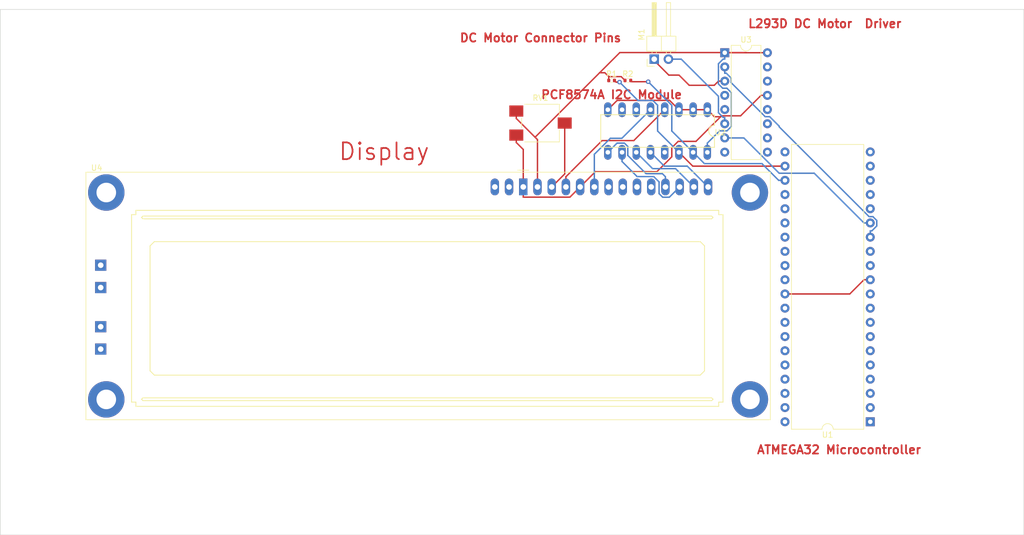
<source format=kicad_pcb>
(kicad_pcb (version 20211014) (generator pcbnew)
  (layers (0 "F.Cu" signal) (31 "B.Cu" signal) (34 "B.Paste" user) (35 "F.Paste" user) (36 "B.SilkS" user "B.Silkscreen") (37 "F.SilkS" user "F.Silkscreen") (38 "B.Mask" user) (39 "F.Mask" user) (44 "Edge.Cuts" user))
  (net 0 "")
  (net 10 "Net-(U1-Pad11)")
  (net 13 "Net-(U1-Pad14)")
  (net 20 "Net-(U1-Pad22)")
  (net 21 "Net-(U1-Pad23)")
  (net 35 "Net-(U2-Pad4)")
  (net 37 "Net-(U2-Pad5)")
  (net 38 "Net-(U2-Pad9)")
  (net 39 "Net-(U2-Pad10)")
  (net 40 "Net-(U2-Pad11)")
  (net 41 "Net-(U2-Pad12)")
  (net 43 "+5V")
  (net 46 "+12V")
  (net 51 "GND")
  (net 54 "Net-(M1-Pad1)")
  (net 55 "Net-(M1-Pad2)")
  (net 56 "Net-(U4-Pad3)")
  (net 70 "Net-(U1-Pad15)")
  (footprint "Package_DIP:DIP-16_W7.62mm" (layer "F.Cu") (at 165 56)
    (fp_text reference "U3" (at 3.81 -2.33) (layer "F.SilkS"))
    (fp_text value "L293D")
    (fp_line (start 2.81 -1.33) (end 1.16 -1.33) (layer "F.SilkS") (width 0.12))
    (fp_line (start 1.16 19.11) (end 6.46 19.11) (layer "F.SilkS") (width 0.12))
    (fp_line (start 6.46 -1.33) (end 4.81 -1.33) (layer "F.SilkS") (width 0.12))
    (fp_line (start 6.46 19.11) (end 6.46 -1.33) (layer "F.SilkS") (width 0.12))
    (fp_line (start 1.16 -1.33) (end 1.16 19.11) (layer "F.SilkS") (width 0.12))
    (fp_arc (start 4.81 -1.33) (mid 3.81 -0.33) (end 2.81 -1.33) (layer "F.SilkS") (width 0.12))
    (pad "1" thru_hole rect (at 0 0) (size 1.6 1.6) (drill 0.8) (layers *.Cu *.Mask) (net 43 "+5V"))
    (pad "2" thru_hole oval (at 0 2.54) (size 1.6 1.6) (drill 0.8) (layers *.Cu *.Mask) (net 13 "Net-(U1-Pad14)"))
    (pad "3" thru_hole oval (at 0 5.08) (size 1.6 1.6) (drill 0.8) (layers *.Cu *.Mask) (net 54 "Net-(M1-Pad1)"))
    (pad "4" thru_hole oval (at 0 7.62) (size 1.6 1.6) (drill 0.8) (layers *.Cu *.Mask))
    (pad "5" thru_hole oval (at 0 10.16) (size 1.6 1.6) (drill 0.8) (layers *.Cu *.Mask))
    (pad "6" thru_hole oval (at 0 12.7) (size 1.6 1.6) (drill 0.8) (layers *.Cu *.Mask) (net 55 "Net-(M1-Pad2)"))
    (pad "7" thru_hole oval (at 0 15.24) (size 1.6 1.6) (drill 0.8) (layers *.Cu *.Mask) (net 70 "Net-(U1-Pad15)"))
    (pad "8" thru_hole oval (at 0 17.78) (size 1.6 1.6) (drill 0.8) (layers *.Cu *.Mask) (net 46 "+12V"))
    (pad "9" thru_hole oval (at 7.62 17.78) (size 1.6 1.6) (drill 0.8) (layers *.Cu *.Mask))
    (pad "10" thru_hole oval (at 7.62 15.24) (size 1.6 1.6) (drill 0.8) (layers *.Cu *.Mask))
    (pad "11" thru_hole oval (at 7.62 12.7) (size 1.6 1.6) (drill 0.8) (layers *.Cu *.Mask))
    (pad "12" thru_hole oval (at 7.62 10.16) (size 1.6 1.6) (drill 0.8) (layers *.Cu *.Mask))
    (pad "13" thru_hole oval (at 7.62 7.62) (size 1.6 1.6) (drill 0.8) (layers *.Cu *.Mask) (net 51 "GND"))
    (pad "14" thru_hole oval (at 7.62 5.08) (size 1.6 1.6) (drill 0.8) (layers *.Cu *.Mask))
    (pad "15" thru_hole oval (at 7.62 2.54) (size 1.6 1.6) (drill 0.8) (layers *.Cu *.Mask))
    (pad "16" thru_hole oval (at 7.62 0) (size 1.6 1.6) (drill 0.8) (layers *.Cu *.Mask) (net 43 "+5V"))
  )
  (footprint "Resistor_SMD:R_0402_1005Metric" (layer "F.Cu") (at 144.78 60.96)
    (fp_text reference "R1" (at 0 -1.17) (layer "F.SilkS"))
    (fp_text value "R_Small")
    (fp_line (start -0.153641 0.38) (end 0.153641 0.38) (layer "F.SilkS") (width 0.12))
    (fp_line (start -0.153641 -0.38) (end 0.153641 -0.38) (layer "F.SilkS") (width 0.12))
    (pad "1" smd roundrect (at -0.51 0) (size 0.54 0.64) (layers "F.Cu" "F.Paste" "F.Mask") (net 43 "+5V"))
    (pad "2" smd roundrect (at 0.51 0) (size 0.54 0.64) (layers "F.Cu" "F.Paste" "F.Mask") (net 20 "Net-(U1-Pad22)"))
  )
  (footprint "Connector_PinHeader_2.54mm:PinHeader_1x02_P2.54mm_Horizontal" (layer "F.Cu") (at 152.4 57.145 90)
    (fp_text reference "M1" (at 4.385 -2.27 90) (layer "F.SilkS"))
    (fp_text value "Motor_DC")
    (fp_line (start 4.1 2.16) (end 10.1 2.16) (layer "F.SilkS") (width 0.12))
    (fp_line (start 1.042929 2.16) (end 1.44 2.16) (layer "F.SilkS") (width 0.12))
    (fp_line (start 4.1 0.04) (end 10.1 0.04) (layer "F.SilkS") (width 0.12))
    (fp_line (start 4.1 -0.08) (end 10.1 -0.08) (layer "F.SilkS") (width 0.12))
    (fp_line (start 1.042929 2.92) (end 1.44 2.92) (layer "F.SilkS") (width 0.12))
    (fp_line (start 1.44 3.87) (end 4.1 3.87) (layer "F.SilkS") (width 0.12))
    (fp_line (start 4.1 -0.38) (end 10.1 -0.38) (layer "F.SilkS") (width 0.12))
    (fp_line (start 4.1 -0.32) (end 10.1 -0.32) (layer "F.SilkS") (width 0.12))
    (fp_line (start -1.27 -1.27) (end 0 -1.27) (layer "F.SilkS") (width 0.12))
    (fp_line (start 10.1 2.16) (end 10.1 2.92) (layer "F.SilkS") (width 0.12))
    (fp_line (start 4.1 0.16) (end 10.1 0.16) (layer "F.SilkS") (width 0.12))
    (fp_line (start 1.11 0.38) (end 1.44 0.38) (layer "F.SilkS") (width 0.12))
    (fp_line (start 10.1 0.38) (end 4.1 0.38) (layer "F.SilkS") (width 0.12))
    (fp_line (start -1.27 0) (end -1.27 -1.27) (layer "F.SilkS") (width 0.12))
    (fp_line (start 4.1 -0.2) (end 10.1 -0.2) (layer "F.SilkS") (width 0.12))
    (fp_line (start 4.1 -1.33) (end 1.44 -1.33) (layer "F.SilkS") (width 0.12))
    (fp_line (start 4.1 3.87) (end 4.1 -1.33) (layer "F.SilkS") (width 0.12))
    (fp_line (start 4.1 0.28) (end 10.1 0.28) (layer "F.SilkS") (width 0.12))
    (fp_line (start 10.1 2.92) (end 4.1 2.92) (layer "F.SilkS") (width 0.12))
    (fp_line (start 1.11 -0.38) (end 1.44 -0.38) (layer "F.SilkS") (width 0.12))
    (fp_line (start 10.1 -0.38) (end 10.1 0.38) (layer "F.SilkS") (width 0.12))
    (fp_line (start 1.44 -1.33) (end 1.44 3.87) (layer "F.SilkS") (width 0.12))
    (fp_line (start 1.44 1.27) (end 4.1 1.27) (layer "F.SilkS") (width 0.12))
    (pad "1" thru_hole rect (at 0 0 90) (size 1.7 1.7) (drill 1) (layers *.Cu *.Mask) (net 54 "Net-(M1-Pad1)"))
    (pad "2" thru_hole oval (at 0 2.54 90) (size 1.7 1.7) (drill 1) (layers *.Cu *.Mask) (net 55 "Net-(M1-Pad2)"))
  )
  (footprint "Resistor_SMD:R_0402_1005Metric" (layer "F.Cu") (at 147.69 60.96)
    (fp_text reference "R2" (at 0 -1.17) (layer "F.SilkS"))
    (fp_text value "R_Small")
    (fp_line (start -0.153641 -0.38) (end 0.153641 -0.38) (layer "F.SilkS") (width 0.12))
    (fp_line (start -0.153641 0.38) (end 0.153641 0.38) (layer "F.SilkS") (width 0.12))
    (pad "1" smd roundrect (at -0.51 0) (size 0.54 0.64) (layers "F.Cu" "F.Paste" "F.Mask") (net 43 "+5V"))
    (pad "2" smd roundrect (at 0.51 0) (size 0.54 0.64) (layers "F.Cu" "F.Paste" "F.Mask") (net 21 "Net-(U1-Pad23)"))
  )
  (footprint "Display:LCD-016N002L" (layer "F.Cu") (at 129 80)
    (fp_text reference "U4" (at -76.21 -3.41 180) (layer "F.SilkS"))
    (fp_text value "LCD-016N002L")
    (fp_line (start 32.385 32.893) (end 31.623 33.655) (layer "F.SilkS") (width 0.15))
    (fp_line (start -68.199 5.461) (end -67.945 5.715) (layer "F.SilkS") (width 0.15))
    (fp_line (start -67.945 5.715) (end 33.655 5.715) (layer "F.SilkS") (width 0.15))
    (fp_line (start 44.14 -2.64) (end -78.14 -2.64) (layer "F.SilkS") (width 0.12))
    (fp_line (start 33.655 37.719) (end -67.945 37.719) (layer "F.SilkS") (width 0.15))
    (fp_line (start -65.913 33.655) (end -66.675 32.893) (layer "F.SilkS") (width 0.15))
    (fp_line (start -67.945 37.719) (end -68.199 37.973) (layer "F.SilkS") (width 0.15))
    (fp_line (start -1 -3) (end 1 -3) (layer "F.SilkS") (width 0.12))
    (fp_line (start -78.14 41.64) (end 44.14 41.64) (layer "F.SilkS") (width 0.12))
    (fp_line (start -67.945 5.207) (end -68.199 5.461) (layer "F.SilkS") (width 0.15))
    (fp_line (start 33.909 5.461) (end 33.655 5.715) (layer "F.SilkS") (width 0.15))
    (fp_line (start 34.925 4.953) (end 35.687 4.953) (layer "F.SilkS") (width 0.15))
    (fp_line (start -69.215 4.953) (end -69.977 4.953) (layer "F.SilkS") (width 0.15))
    (fp_line (start 35.687 38.481) (end 34.925 38.481) (layer "F.SilkS") (width 0.15))
    (fp_line (start -65.913 9.779) (end 31.623 9.779) (layer "F.SilkS") (width 0.15))
    (fp_line (start 44.14 -2.64) (end 44.14 41.64) (layer "F.SilkS") (width 0.12))
    (fp_line (start -66.675 10.541) (end -65.913 9.779) (layer "F.SilkS") (width 0.15))
    (fp_line (start 33.655 5.207) (end -67.945 5.207) (layer "F.SilkS") (width 0.15))
    (fp_line (start -69.215 38.481) (end -69.977 38.481) (layer "F.SilkS") (width 0.15))
    (fp_line (start 31.623 33.655) (end -65.913 33.655) (layer "F.SilkS") (width 0.15))
    (fp_line (start 33.655 5.207) (end 33.909 5.461) (layer "F.SilkS") (width 0.15))
    (fp_line (start -68.199 37.973) (end -67.945 38.227) (layer "F.SilkS") (width 0.15))
    (fp_line (start -69.215 4.191) (end -69.215 4.953) (layer "F.SilkS") (width 0.15))
    (fp_line (start -69.977 4.953) (end -69.977 38.481) (layer "F.SilkS") (width 0.15))
    (fp_line (start 32.385 10.541) (end 32.385 32.893) (layer "F.SilkS") (width 0.15))
    (fp_line (start -78.14 -2.64) (end -78.14 41.64) (layer "F.SilkS") (width 0.12))
    (fp_line (start 31.623 9.779) (end 32.385 10.541) (layer "F.SilkS") (width 0.15))
    (fp_line (start -69.215 39.243) (end -69.215 38.481) (layer "F.SilkS") (width 0.15))
    (fp_line (start 34.925 38.481) (end 34.925 39.243) (layer "F.SilkS") (width 0.15))
    (fp_line (start 34.925 4.191) (end -69.215 4.191) (layer "F.SilkS") (width 0.15))
    (fp_line (start -66.675 32.893) (end -66.675 10.541) (layer "F.SilkS") (width 0.15))
    (fp_line (start 35.687 38.481) (end 35.687 4.953) (layer "F.SilkS") (width 0.15))
    (fp_line (start 34.925 4.191) (end 34.925 4.953) (layer "F.SilkS") (width 0.15))
    (fp_line (start -67.945 38.227) (end 33.655 38.227) (layer "F.SilkS") (width 0.15))
    (fp_line (start 33.909 37.973) (end 33.655 37.719) (layer "F.SilkS") (width 0.15))
    (fp_line (start -69.215 39.243) (end 34.925 39.243) (layer "F.SilkS") (width 0.15))
    (fp_line (start 33.655 38.227) (end 33.909 37.973) (layer "F.SilkS") (width 0.15))
    (pad "" thru_hole circle (at -74.5 1 180) (size 6.5 6.5) (drill 3.5) (layers *.Cu *.Mask))
    (pad "" thru_hole circle (at 40.5 1 180) (size 6.5 6.5) (drill 3.5) (layers *.Cu *.Mask))
    (pad "" thru_hole circle (at -74.5 38 180) (size 6.5 6.5) (drill 3.5) (layers *.Cu *.Mask))
    (pad "" thru_hole circle (at 40.5 38 180) (size 6.5 6.5) (drill 3.5) (layers *.Cu *.Mask))
    (pad "1" thru_hole rect (at 0 0 180) (size 1.5 3) (drill 1) (layers *.Cu *.Mask) (net 51 "GND"))
    (pad "2" thru_hole oval (at 2.54 0 180) (size 1.5 3) (drill 1) (layers *.Cu *.Mask) (net 43 "+5V"))
    (pad "3" thru_hole oval (at 5.08 0 180) (size 1.5 3) (drill 1) (layers *.Cu *.Mask) (net 56 "Net-(U4-Pad3)"))
    (pad "4" thru_hole oval (at 7.62 0 180) (size 1.5 3) (drill 1) (layers *.Cu *.Mask) (net 35 "Net-(U2-Pad4)"))
    (pad "5" thru_hole oval (at 10.16 0 180) (size 1.5 3) (drill 1) (layers *.Cu *.Mask) (net 51 "GND"))
    (pad "6" thru_hole oval (at 12.7 0 180) (size 1.5 3) (drill 1) (layers *.Cu *.Mask) (net 37 "Net-(U2-Pad5)"))
    (pad "7" thru_hole oval (at 15.24 0 180) (size 1.5 3) (drill 1) (layers *.Cu *.Mask))
    (pad "8" thru_hole oval (at 17.78 0 180) (size 1.5 3) (drill 1) (layers *.Cu *.Mask))
    (pad "9" thru_hole oval (at 20.32 0 180) (size 1.5 3) (drill 1) (layers *.Cu *.Mask))
    (pad "10" thru_hole oval (at 22.86 0 180) (size 1.5 3) (drill 1) (layers *.Cu *.Mask))
    (pad "11" thru_hole oval (at 25.4 0 180) (size 1.5 3) (drill 1) (layers *.Cu *.Mask) (net 38 "Net-(U2-Pad9)"))
    (pad "12" thru_hole oval (at 27.94 0 180) (size 1.5 3) (drill 1) (layers *.Cu *.Mask) (net 39 "Net-(U2-Pad10)"))
    (pad "13" thru_hole oval (at 30.48 0 180) (size 1.5 3) (drill 1) (layers *.Cu *.Mask) (net 40 "Net-(U2-Pad11)"))
    (pad "14" thru_hole oval (at 33.02 0 180) (size 1.5 3) (drill 1) (layers *.Cu *.Mask) (net 41 "Net-(U2-Pad12)"))
    (pad "15" thru_hole oval (at -2.54 0 180) (size 1.5 3) (drill 1) (layers *.Cu *.Mask))
    (pad "16" thru_hole oval (at -5.08 0 180) (size 1.5 3) (drill 1) (layers *.Cu *.Mask))
    (pad "A1" thru_hole rect (at -75.5 14 180) (size 2 2) (drill 1) (layers *.Cu *.Mask))
    (pad "A2" thru_hole rect (at -75.5 25 180) (size 2 2) (drill 1) (layers *.Cu *.Mask))
    (pad "K1" thru_hole rect (at -75.5 18 180) (size 2 2) (drill 1) (layers *.Cu *.Mask))
    (pad "K2" thru_hole rect (at -75.5 29 180) (size 2 2) (drill 1) (layers *.Cu *.Mask))
  )
  (footprint "Potentiometer_SMD:Potentiometer_ACP_CA6-VSMD_Vertical" (layer "F.Cu") (at 132.08 68.58)
    (fp_text reference "RV1" (at 0 -4.5) (layer "F.SilkS"))
    (fp_text value "R_Potentiometer")
    (fp_line (start 3.37 1.24) (end 3.37 3.37) (layer "F.SilkS") (width 0.12))
    (fp_line (start -2.834 -3.371) (end 3.37 -3.371) (layer "F.SilkS") (width 0.12))
    (fp_line (start -2.834 3.37) (end 3.37 3.37) (layer "F.SilkS") (width 0.12))
    (fp_line (start -3.37 -0.909) (end -3.37 0.91) (layer "F.SilkS") (width 0.12))
    (fp_line (start 3.37 -3.371) (end 3.37 -1.24) (layer "F.SilkS") (width 0.12))
    (pad "1" smd rect (at -4.325 2.15) (size 2.5 2) (layers "F.Cu" "F.Paste" "F.Mask") (net 51 "GND"))
    (pad "2" smd rect (at 4.325 0) (size 2.5 2) (layers "F.Cu" "F.Paste" "F.Mask") (net 56 "Net-(U4-Pad3)"))
    (pad "3" smd rect (at -4.325 -2.15) (size 2.5 2) (layers "F.Cu" "F.Paste" "F.Mask") (net 43 "+5V"))
  )
  (footprint "Footprints:DIL16" (layer "F.Cu") (at 153 70 180)
    (fp_text reference "U2" (at -11.18904 -0.2543) (layer "F.SilkS") (effects (font (size 1.001165 1.001165))))
    (fp_text value "PCF8574A")
    (fp_line (start -10.16 -2.921) (end -10.16 -1.016) (layer "F.SilkS") (width 0.1524))
    (fp_line (start -10.16 2.921) (end 10.16 2.921) (layer "F.SilkS") (width 0.1524))
    (fp_line (start -10.16 2.921) (end -10.16 1.016) (layer "F.SilkS") (width 0.1524))
    (fp_line (start 10.16 -2.921) (end -10.16 -2.921) (layer "F.SilkS") (width 0.1524))
    (fp_line (start 10.16 -2.921) (end 10.16 2.921) (layer "F.SilkS") (width 0.1524))
    (fp_arc (start -10.16 -1.016) (mid -9.144 0) (end -10.16 1.016) (layer "F.SilkS") (width 0.1524))
    (pad "1" thru_hole oval locked (at -8.89 3.81 180) (size 1.3208 2.6416) (drill 0.8128) (layers *.Cu *.Mask) (net 51 "GND"))
    (pad "2" thru_hole oval locked (at -6.35 3.81 180) (size 1.3208 2.6416) (drill 0.8128) (layers *.Cu *.Mask) (net 51 "GND"))
    (pad "3" thru_hole oval locked (at -3.81 3.81 180) (size 1.3208 2.6416) (drill 0.8128) (layers *.Cu *.Mask) (net 51 "GND"))
    (pad "4" thru_hole oval locked (at -1.27 3.81 180) (size 1.3208 2.6416) (drill 0.8128) (layers *.Cu *.Mask) (net 35 "Net-(U2-Pad4)"))
    (pad "5" thru_hole oval locked (at 1.27 3.81 180) (size 1.3208 2.6416) (drill 0.8128) (layers *.Cu *.Mask) (net 37 "Net-(U2-Pad5)"))
    (pad "6" thru_hole oval locked (at 3.81 3.81 180) (size 1.3208 2.6416) (drill 0.8128) (layers *.Cu *.Mask))
    (pad "7" thru_hole oval locked (at 6.35 3.81 180) (size 1.3208 2.6416) (drill 0.8128) (layers *.Cu *.Mask))
    (pad "8" thru_hole oval locked (at 8.89 3.81 180) (size 1.3208 2.6416) (drill 0.8128) (layers *.Cu *.Mask) (net 51 "GND"))
    (pad "9" thru_hole oval locked (at 8.89 -3.81 180) (size 1.3208 2.6416) (drill 0.8128) (layers *.Cu *.Mask) (net 38 "Net-(U2-Pad9)"))
    (pad "10" thru_hole oval locked (at 6.35 -3.81 180) (size 1.3208 2.6416) (drill 0.8128) (layers *.Cu *.Mask) (net 39 "Net-(U2-Pad10)"))
    (pad "11" thru_hole oval locked (at 3.81 -3.81 180) (size 1.3208 2.6416) (drill 0.8128) (layers *.Cu *.Mask) (net 40 "Net-(U2-Pad11)"))
    (pad "12" thru_hole oval locked (at 1.27 -3.81 180) (size 1.3208 2.6416) (drill 0.8128) (layers *.Cu *.Mask) (net 41 "Net-(U2-Pad12)"))
    (pad "13" thru_hole oval locked (at -1.27 -3.81 180) (size 1.3208 2.6416) (drill 0.8128) (layers *.Cu *.Mask))
    (pad "14" thru_hole oval locked (at -3.81 -3.81 180) (size 1.3208 2.6416) (drill 0.8128) (layers *.Cu *.Mask) (net 20 "Net-(U1-Pad22)"))
    (pad "15" thru_hole oval locked (at -6.35 -3.81 180) (size 1.3208 2.6416) (drill 0.8128) (layers *.Cu *.Mask) (net 21 "Net-(U1-Pad23)"))
    (pad "16" thru_hole oval locked (at -8.89 -3.81 180) (size 1.3208 2.6416) (drill 0.8128) (layers *.Cu *.Mask) (net 43 "+5V"))
  )
  (footprint "Package_DIP:DIP-40_W15.24mm" (layer "F.Cu") (at 191 122 180)
    (fp_text reference "U1" (at 7.62 -2.33) (layer "F.SilkS"))
    (fp_text value "ATmega32L-8P")
    (fp_line (start 1.16 49.59) (end 14.08 49.59) (layer "F.SilkS") (width 0.12))
    (fp_line (start 14.08 -1.33) (end 8.62 -1.33) (layer "F.SilkS") (width 0.12))
    (fp_line (start 14.08 49.59) (end 14.08 -1.33) (layer "F.SilkS") (width 0.12))
    (fp_line (start 6.62 -1.33) (end 1.16 -1.33) (layer "F.SilkS") (width 0.12))
    (fp_line (start 1.16 -1.33) (end 1.16 49.59) (layer "F.SilkS") (width 0.12))
    (fp_arc (start 8.62 -1.33) (mid 7.62 -0.33) (end 6.62 -1.33) (layer "F.SilkS") (width 0.12))
    (pad "1" thru_hole rect (at 0 0 180) (size 1.6 1.6) (drill 0.8) (layers *.Cu *.Mask))
    (pad "2" thru_hole oval (at 0 2.54 180) (size 1.6 1.6) (drill 0.8) (layers *.Cu *.Mask))
    (pad "3" thru_hole oval (at 0 5.08 180) (size 1.6 1.6) (drill 0.8) (layers *.Cu *.Mask))
    (pad "4" thru_hole oval (at 0 7.62 180) (size 1.6 1.6) (drill 0.8) (layers *.Cu *.Mask))
    (pad "5" thru_hole oval (at 0 10.16 180) (size 1.6 1.6) (drill 0.8) (layers *.Cu *.Mask))
    (pad "6" thru_hole oval (at 0 12.7 180) (size 1.6 1.6) (drill 0.8) (layers *.Cu *.Mask))
    (pad "7" thru_hole oval (at 0 15.24 180) (size 1.6 1.6) (drill 0.8) (layers *.Cu *.Mask))
    (pad "8" thru_hole oval (at 0 17.78 180) (size 1.6 1.6) (drill 0.8) (layers *.Cu *.Mask))
    (pad "9" thru_hole oval (at 0 20.32 180) (size 1.6 1.6) (drill 0.8) (layers *.Cu *.Mask))
    (pad "10" thru_hole oval (at 0 22.86 180) (size 1.6 1.6) (drill 0.8) (layers *.Cu *.Mask))
    (pad "11" thru_hole oval (at 0 25.4 180) (size 1.6 1.6) (drill 0.8) (layers *.Cu *.Mask) (net 10 "Net-(U1-Pad11)"))
    (pad "12" thru_hole oval (at 0 27.94 180) (size 1.6 1.6) (drill 0.8) (layers *.Cu *.Mask))
    (pad "13" thru_hole oval (at 0 30.48 180) (size 1.6 1.6) (drill 0.8) (layers *.Cu *.Mask))
    (pad "14" thru_hole oval (at 0 33.02 180) (size 1.6 1.6) (drill 0.8) (layers *.Cu *.Mask) (net 13 "Net-(U1-Pad14)"))
    (pad "15" thru_hole oval (at 0 35.56 180) (size 1.6 1.6) (drill 0.8) (layers *.Cu *.Mask) (net 70 "Net-(U1-Pad15)"))
    (pad "16" thru_hole oval (at 0 38.1 180) (size 1.6 1.6) (drill 0.8) (layers *.Cu *.Mask))
    (pad "17" thru_hole oval (at 0 40.64 180) (size 1.6 1.6) (drill 0.8) (layers *.Cu *.Mask))
    (pad "18" thru_hole oval (at 0 43.18 180) (size 1.6 1.6) (drill 0.8) (layers *.Cu *.Mask))
    (pad "19" thru_hole oval (at 0 45.72 180) (size 1.6 1.6) (drill 0.8) (layers *.Cu *.Mask))
    (pad "20" thru_hole oval (at 0 48.26 180) (size 1.6 1.6) (drill 0.8) (layers *.Cu *.Mask))
    (pad "21" thru_hole oval (at 15.24 48.26 180) (size 1.6 1.6) (drill 0.8) (layers *.Cu *.Mask))
    (pad "22" thru_hole oval (at 15.24 45.72 180) (size 1.6 1.6) (drill 0.8) (layers *.Cu *.Mask) (net 20 "Net-(U1-Pad22)"))
    (pad "23" thru_hole oval (at 15.24 43.18 180) (size 1.6 1.6) (drill 0.8) (layers *.Cu *.Mask) (net 21 "Net-(U1-Pad23)"))
    (pad "24" thru_hole oval (at 15.24 40.64 180) (size 1.6 1.6) (drill 0.8) (layers *.Cu *.Mask))
    (pad "25" thru_hole oval (at 15.24 38.1 180) (size 1.6 1.6) (drill 0.8) (layers *.Cu *.Mask))
    (pad "26" thru_hole oval (at 15.24 35.56 180) (size 1.6 1.6) (drill 0.8) (layers *.Cu *.Mask))
    (pad "27" thru_hole oval (at 15.24 33.02 180) (size 1.6 1.6) (drill 0.8) (layers *.Cu *.Mask))
    (pad "28" thru_hole oval (at 15.24 30.48 180) (size 1.6 1.6) (drill 0.8) (layers *.Cu *.Mask))
    (pad "29" thru_hole oval (at 15.24 27.94 180) (size 1.6 1.6) (drill 0.8) (layers *.Cu *.Mask))
    (pad "30" thru_hole oval (at 15.24 25.4 180) (size 1.6 1.6) (drill 0.8) (layers *.Cu *.Mask))
    (pad "31" thru_hole oval (at 15.24 22.86 180) (size 1.6 1.6) (drill 0.8) (layers *.Cu *.Mask) (net 10 "Net-(U1-Pad11)"))
    (pad "32" thru_hole oval (at 15.24 20.32 180) (size 1.6 1.6) (drill 0.8) (layers *.Cu *.Mask))
    (pad "33" thru_hole oval (at 15.24 17.78 180) (size 1.6 1.6) (drill 0.8) (layers *.Cu *.Mask))
    (pad "34" thru_hole oval (at 15.24 15.24 180) (size 1.6 1.6) (drill 0.8) (layers *.Cu *.Mask))
    (pad "35" thru_hole oval (at 15.24 12.7 180) (size 1.6 1.6) (drill 0.8) (layers *.Cu *.Mask))
    (pad "36" thru_hole oval (at 15.24 10.16 180) (size 1.6 1.6) (drill 0.8) (layers *.Cu *.Mask))
    (pad "37" thru_hole oval (at 15.24 7.62 180) (size 1.6 1.6) (drill 0.8) (layers *.Cu *.Mask))
    (pad "38" thru_hole oval (at 15.24 5.08 180) (size 1.6 1.6) (drill 0.8) (layers *.Cu *.Mask))
    (pad "39" thru_hole oval (at 15.24 2.54 180) (size 1.6 1.6) (drill 0.8) (layers *.Cu *.Mask))
    (pad "40" thru_hole oval (at 15.24 0 180) (size 1.6 1.6) (drill 0.8) (layers *.Cu *.Mask))
  )
  (gr_rect (start 35.56 48.26) (end 218.44 142.24) (layer "Edge.Cuts") (width 0.1) (fill none))
  (gr_text "L293D DC Motor  Driver\n" (at 182.88 50.8) (layer "F.Cu") (effects (font (size 1.5 1.5) (thickness 0.3))))
  (gr_text "PCF8574A I2C Module" (at 144.78 63.5) (layer "F.Cu") (effects (font (size 1.5 1.5) (thickness 0.3))))
  (gr_text "DC Motor Connector Pins\n" (at 132.08 53.34) (layer "F.Cu") (effects (font (size 1.5 1.5) (thickness 0.3))))
  (gr_text "ATMEGA32 Microcontroller\n" (at 185.42 127) (layer "F.Cu") (effects (font (size 1.5 1.5) (thickness 0.3))))
  (gr_text "Display" (at 104.14 73.66) (layer "F.Cu") (effects (font (size 3 3) (thickness 0.3))))
  (segment (start 189.875 96.6) (end 187.335 99.14) (width 0.25) (layer "F.Cu") (net 10))
  (segment (start 191 96.6) (end 189.875 96.6) (width 0.25) (layer "F.Cu") (net 10))
  (segment (start 187.335 99.14) (end 175.76 99.14) (width 0.25) (layer "F.Cu") (net 10))
  (segment (start 166.125 60.5092) (end 165.281 59.6653) (width 0.25) (layer "B.Cu") (net 13))
  (segment (start 165.281 59.6653) (end 165 59.6653) (width 0.25) (layer "B.Cu") (net 13))
  (segment (start 191.281 87.8547) (end 192.16 86.9763) (width 0.25) (layer "B.Cu") (net 13))
  (segment (start 191 88.98) (end 191 87.8547) (width 0.25) (layer "B.Cu") (net 13))
  (segment (start 191.474 85.3146) (end 190.789 85.3146) (width 0.25) (layer "B.Cu") (net 13))
  (segment (start 174.729 69.2549) (end 174.729 69.1407) (width 0.25) (layer "B.Cu") (net 13))
  (segment (start 165 59.6653) (end 165 58.54) (width 0.25) (layer "B.Cu") (net 13))
  (segment (start 174.729 69.1407) (end 173.018 67.43) (width 0.25) (layer "B.Cu") (net 13))
  (segment (start 172.218 67.43) (end 166.125 61.3372) (width 0.25) (layer "B.Cu") (net 13))
  (segment (start 192.16 86.0007) (end 191.474 85.3146) (width 0.25) (layer "B.Cu") (net 13))
  (segment (start 190.789 85.3146) (end 174.729 69.2549) (width 0.25) (layer "B.Cu") (net 13))
  (segment (start 173.018 67.43) (end 172.218 67.43) (width 0.25) (layer "B.Cu") (net 13))
  (segment (start 192.16 86.9763) (end 192.16 86.0007) (width 0.25) (layer "B.Cu") (net 13))
  (segment (start 166.125 61.3372) (end 166.125 60.5092) (width 0.25) (layer "B.Cu") (net 13))
  (segment (start 191 87.8547) (end 191.281 87.8547) (width 0.25) (layer "B.Cu") (net 13))
  (segment (start 146.2005 61.2507) (end 145.5807 61.2507) (width 0.25) (layer "F.Cu") (net 20))
  (segment (start 145.5807 61.2507) (end 145.29 60.96) (width 0.25) (layer "F.Cu") (net 20))
  (segment (start 175.76 76.28) (end 159.28 76.28) (width 0.25) (layer "F.Cu") (net 20))
  (segment (start 159.28 76.28) (end 156.81 73.81) (width 0.25) (layer "F.Cu") (net 20))
  (via (at 146.2005 61.2507) (size 0.8) (drill 0.4) (layers "F.Cu" "B.Cu") (net 20))
  (segment (start 156.81 73.81) (end 153 70) (width 0.25) (layer "B.Cu") (net 20))
  (segment (start 152.1594 64.5439) (end 149.4936 64.5439) (width 0.25) (layer "B.Cu") (net 20))
  (segment (start 149.4936 64.5439) (end 149.4936 64.5438) (width 0.25) (layer "B.Cu") (net 20))
  (segment (start 153 70) (end 153 65.3845) (width 0.25) (layer "B.Cu") (net 20))
  (segment (start 153 65.3845) (end 152.1594 64.5439) (width 0.25) (layer "B.Cu") (net 20))
  (segment (start 149.4936 64.5438) (end 146.2005 61.2507) (width 0.25) (layer "B.Cu") (net 20))
  (segment (start 148.2 60.96) (end 148.4275 61.1875) (width 0.25) (layer "F.Cu") (net 21))
  (segment (start 148.4275 61.1875) (end 151.3219 61.1875) (width 0.25) (layer "F.Cu") (net 21))
  (via (at 151.3219 61.1875) (size 0.8) (drill 0.4) (layers "F.Cu" "B.Cu") (net 21))
  (segment (start 161.371 75.8312) (end 171.646 75.8312) (width 0.25) (layer "B.Cu") (net 21))
  (segment (start 159.35 73.81) (end 161.371 75.8312) (width 0.25) (layer "B.Cu") (net 21))
  (segment (start 171.646 75.8312) (end 174.635 78.82) (width 0.25) (layer "B.Cu") (net 21))
  (segment (start 155.54 65.4056) (end 151.3219 61.1875) (width 0.25) (layer "B.Cu") (net 21))
  (segment (start 174.635 78.82) (end 175.76 78.82) (width 0.25) (layer "B.Cu") (net 21))
  (segment (start 155.54 70) (end 155.54 65.4056) (width 0.25) (layer "B.Cu") (net 21))
  (segment (start 159.35 73.81) (end 155.54 70) (width 0.25) (layer "B.Cu") (net 21))
  (segment (start 136.62 78.1747) (end 136.62 80) (width 0.25) (layer "F.Cu") (net 35))
  (segment (start 143.085 71.7098) (end 136.62 78.1747) (width 0.25) (layer "F.Cu") (net 35))
  (segment (start 154.27 66.19) (end 148.75 71.7098) (width 0.25) (layer "F.Cu") (net 35))
  (segment (start 148.75 71.7098) (end 143.085 71.7098) (width 0.25) (layer "F.Cu") (net 35))
  (segment (start 151.73 66.19) (end 146.619 71.3011) (width 0.25) (layer "B.Cu") (net 37))
  (segment (start 146.619 71.3011) (end 144.563 71.3011) (width 0.25) (layer "B.Cu") (net 37))
  (segment (start 141.7 74.1638) (end 141.7 80) (width 0.25) (layer "B.Cu") (net 37))
  (segment (start 144.563 71.3011) (end 141.7 74.1638) (width 0.25) (layer "B.Cu") (net 37))
  (segment (start 154.4 80) (end 154.4 78.1747) (width 0.25) (layer "B.Cu") (net 38))
  (segment (start 154.4 78.1747) (end 153.858 77.6327) (width 0.25) (layer "B.Cu") (net 38))
  (segment (start 147.076 72.1637) (end 145.756 72.1637) (width 0.25) (layer "B.Cu") (net 38))
  (segment (start 145.756 72.1637) (end 144.11 73.81) (width 0.25) (layer "B.Cu") (net 38))
  (segment (start 147.677 74.3636) (end 147.677 72.7646) (width 0.25) (layer "B.Cu") (net 38))
  (segment (start 153.858 77.6327) (end 150.946 77.6327) (width 0.25) (layer "B.Cu") (net 38))
  (segment (start 147.677 72.7646) (end 147.076 72.1637) (width 0.25) (layer "B.Cu") (net 38))
  (segment (start 150.946 77.6327) (end 147.677 74.3636) (width 0.25) (layer "B.Cu") (net 38))
  (segment (start 153.902 81.8365) (end 153.265 81.199) (width 0.25) (layer "B.Cu") (net 39))
  (segment (start 153.265 79.1034) (end 152.31 78.1489) (width 0.25) (layer "B.Cu") (net 39))
  (segment (start 155.104 81.8365) (end 153.902 81.8365) (width 0.25) (layer "B.Cu") (net 39))
  (segment (start 156.94 80) (end 155.104 81.8365) (width 0.25) (layer "B.Cu") (net 39))
  (segment (start 153.265 81.199) (end 153.265 79.1034) (width 0.25) (layer "B.Cu") (net 39))
  (segment (start 149.343 78.1489) (end 146.65 75.4561) (width 0.25) (layer "B.Cu") (net 39))
  (segment (start 146.65 75.4561) (end 146.65 73.81) (width 0.25) (layer "B.Cu") (net 39))
  (segment (start 152.31 78.1489) (end 149.343 78.1489) (width 0.25) (layer "B.Cu") (net 39))
  (segment (start 156.212 76.732) (end 152.112 76.732) (width 0.25) (layer "B.Cu") (net 40))
  (segment (start 159.48 80) (end 156.212 76.732) (width 0.25) (layer "B.Cu") (net 40))
  (segment (start 152.112 76.732) (end 149.19 73.81) (width 0.25) (layer "B.Cu") (net 40))
  (segment (start 158.302 76.2816) (end 154.202 76.2816) (width 0.25) (layer "B.Cu") (net 41))
  (segment (start 162.02 80) (end 158.302 76.2816) (width 0.25) (layer "B.Cu") (net 41))
  (segment (start 154.202 76.2816) (end 151.73 73.81) (width 0.25) (layer "B.Cu") (net 41))
  (segment (start 168.81 56) (end 165 56) (width 0.25) (layer "F.Cu") (net 43))
  (segment (start 131.54 80) (end 131.54 71.5403) (width 0.25) (layer "F.Cu") (net 43))
  (segment (start 144.27 60.27) (end 144.27 60.96) (width 0.25) (layer "F.Cu") (net 43))
  (segment (start 127.755 67.7553) (end 127.755 66.43) (width 0.25) (layer "F.Cu") (net 43))
  (segment (start 142.6446 59.58) (end 131.112 71.1124) (width 0.25) (layer "F.Cu") (net 43))
  (segment (start 168.81 56) (end 168.78 55.9696) (width 0.25) (layer "F.Cu") (net 43))
  (segment (start 143.58 59.58) (end 144.27 60.27) (width 0.25) (layer "F.Cu") (net 43))
  (segment (start 131.112 71.1124) (end 127.755 67.7553) (width 0.25) (layer "F.Cu") (net 43))
  (segment (start 142.6446 59.58) (end 143.58 59.58) (width 0.25) (layer "F.Cu") (net 43))
  (segment (start 146.49 60.27) (end 147.18 60.96) (width 0.25) (layer "F.Cu") (net 43))
  (segment (start 146.255 55.9696) (end 142.6446 59.58) (width 0.25) (layer "F.Cu") (net 43))
  (segment (start 172.62 56) (end 168.81 56) (width 0.25) (layer "F.Cu") (net 43))
  (segment (start 144.27 60.27) (end 146.49 60.27) (width 0.25) (layer "F.Cu") (net 43))
  (segment (start 168.78 55.9696) (end 146.255 55.9696) (width 0.25) (layer "F.Cu") (net 43))
  (segment (start 131.54 71.5403) (end 131.112 71.1124) (width 0.25) (layer "F.Cu") (net 43))
  (segment (start 163.8747 61.5935) (end 163.8747 57.9692) (width 0.25) (layer "B.Cu") (net 43))
  (segment (start 165.3877 62.35) (end 164.6312 62.35) (width 0.25) (layer "B.Cu") (net 43))
  (segment (start 166.156 69.2112) (end 166.156 63.1183) (width 0.25) (layer "B.Cu") (net 43))
  (segment (start 164.7186 57.1253) (end 165 57.1253) (width 0.25) (layer "B.Cu") (net 43))
  (segment (start 165.3972 69.97) (end 166.156 69.2112) (width 0.25) (layer "B.Cu") (net 43))
  (segment (start 161.89 72.1639) (end 164.0839 69.97) (width 0.25) (layer "B.Cu") (net 43))
  (segment (start 161.89 73.81) (end 161.89 72.1639) (width 0.25) (layer "B.Cu") (net 43))
  (segment (start 164.0839 69.97) (end 165.3972 69.97) (width 0.25) (layer "B.Cu") (net 43))
  (segment (start 165 56) (end 165 57.1253) (width 0.25) (layer "B.Cu") (net 43))
  (segment (start 164.6312 62.35) (end 163.8747 61.5935) (width 0.25) (layer "B.Cu") (net 43))
  (segment (start 166.156 63.1183) (end 165.3877 62.35) (width 0.25) (layer "B.Cu") (net 43))
  (segment (start 163.8747 57.9692) (end 164.7186 57.1253) (width 0.25) (layer "B.Cu") (net 43))
  (segment (start 167.829 67.2854) (end 164.425 67.2854) (width 0.25) (layer "F.Cu") (net 51))
  (segment (start 164.2624 67.448) (end 163.148 67.448) (width 0.25) (layer "F.Cu") (net 51))
  (segment (start 141.882 77.2778) (end 139.16 80) (width 0.25) (layer "F.Cu") (net 51))
  (segment (start 156.81 66.19) (end 155.1376 64.5176) (width 0.25) (layer "F.Cu") (net 51))
  (segment (start 159.862 71.8488) (end 156.681 71.8488) (width 0.25) (layer "F.Cu") (net 51))
  (segment (start 164.2624 67.448) (end 159.862 71.8488) (width 0.25) (layer "F.Cu") (net 51))
  (segment (start 161.89 66.19) (end 159.35 66.19) (width 0.25) (layer "F.Cu") (net 51))
  (segment (start 155.54 74.6085) (end 152.871 77.2778) (width 0.25) (layer "F.Cu") (net 51))
  (segment (start 129 81.8253) (end 137.335 81.8253) (width 0.25) (layer "F.Cu") (net 51))
  (segment (start 172.62 63.62) (end 171.495 63.62) (width 0.25) (layer "F.Cu") (net 51))
  (segment (start 163.148 67.448) (end 161.89 66.19) (width 0.25) (layer "F.Cu") (net 51))
  (segment (start 137.335 81.8253) (end 139.16 80) (width 0.25) (layer "F.Cu") (net 51))
  (segment (start 152.871 77.2778) (end 141.882 77.2778) (width 0.25) (layer "F.Cu") (net 51))
  (segment (start 127.755 72.0553) (end 129 73.3003) (width 0.25) (layer "F.Cu") (net 51))
  (segment (start 129 80) (end 129 81.8253) (width 0.25) (layer "F.Cu") (net 51))
  (segment (start 127.755 70.73) (end 127.755 72.0553) (width 0.25) (layer "F.Cu") (net 51))
  (segment (start 155.1376 64.5176) (end 145.7824 64.5176) (width 0.25) (layer "F.Cu") (net 51))
  (segment (start 156.681 71.8488) (end 155.54 72.99) (width 0.25) (layer "F.Cu") (net 51))
  (segment (start 129 73.3003) (end 129 80) (width 0.25) (layer "F.Cu") (net 51))
  (segment (start 145.7824 64.5176) (end 144.11 66.19) (width 0.25) (layer "F.Cu") (net 51))
  (segment (start 155.54 72.99) (end 155.54 74.6085) (width 0.25) (layer "F.Cu") (net 51))
  (segment (start 171.495 63.62) (end 167.829 67.2854) (width 0.25) (layer "F.Cu") (net 51))
  (segment (start 159.35 66.19) (end 156.81 66.19) (width 0.25) (layer "F.Cu") (net 51))
  (segment (start 164.425 67.2854) (end 164.2624 67.448) (width 0.25) (layer "F.Cu") (net 51))
  (segment (start 152.4 57.4) (end 152.4 57.145) (width 0.25) (layer "F.Cu") (net 54))
  (segment (start 155 60) (end 152.4 57.4) (width 0.25) (layer "F.Cu") (net 54))
  (segment (start 163.129 61.8253) (end 158.651 61.8253) (width 0.25) (layer "F.Cu") (net 54))
  (segment (start 165 61.08) (end 163.875 61.08) (width 0.25) (layer "F.Cu") (net 54))
  (segment (start 156.825 60) (end 155 60) (width 0.25) (layer "F.Cu") (net 54))
  (segment (start 163.875 61.08) (end 163.129 61.8253) (width 0.25) (layer "F.Cu") (net 54))
  (segment (start 158.651 61.8253) (end 156.825 60) (width 0.25) (layer "F.Cu") (net 54))
  (segment (start 164.719 67.5747) (end 163.875 66.7308) (width 0.25) (layer "B.Cu") (net 55))
  (segment (start 165 68.7) (end 165 67.5747) (width 0.25) (layer "B.Cu") (net 55))
  (segment (start 165 67.5747) (end 164.719 67.5747) (width 0.25) (layer "B.Cu") (net 55))
  (segment (start 163.875 66.7308) (end 163.875 63.7947) (width 0.25) (layer "B.Cu") (net 55))
  (segment (start 157.225 57.145) (end 154.94 57.145) (width 0.25) (layer "B.Cu") (net 55))
  (segment (start 163.875 63.7947) (end 157.225 57.145) (width 0.25) (layer "B.Cu") (net 55))
  (segment (start 136.405 77.675) (end 136.405 68.58) (width 0.25) (layer "F.Cu") (net 56))
  (segment (start 134.08 80) (end 136.405 77.675) (width 0.25) (layer "F.Cu") (net 56))
  (segment (start 174.725 77.55) (end 168.415 71.24) (width 0.25) (layer "B.Cu") (net 70))
  (segment (start 191 86.44) (end 189.875 86.44) (width 0.25) (layer "B.Cu") (net 70))
  (segment (start 168.415 71.24) (end 165 71.24) (width 0.25) (layer "B.Cu") (net 70))
  (segment (start 189.875 86.44) (end 180.985 77.55) (width 0.25) (layer "B.Cu") (net 70))
  (segment (start 180.985 77.55) (end 174.725 77.55) (width 0.25) (layer "B.Cu") (net 70))
)
</source>
